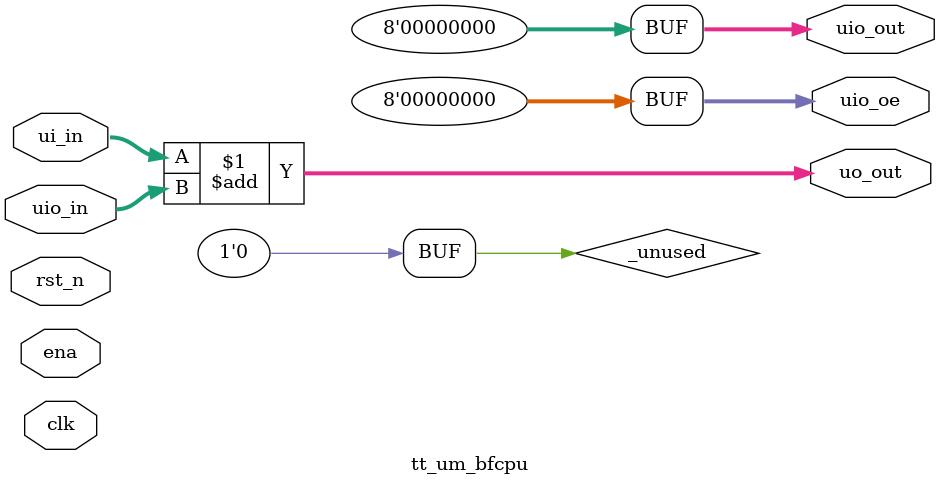
<source format=v>
/*
 * Copyright (c) 2024 Your Name
 * SPDX-License-Identifier: Apache-2.0
 */

`default_nettype none

module tt_um_bfcpu (
    input  wire [7:0] ui_in,    // Dedicated inputs
    output wire [7:0] uo_out,   // Dedicated outputs
    input  wire [7:0] uio_in,   // IOs: Input path
    output wire [7:0] uio_out,  // IOs: Output path
    output wire [7:0] uio_oe,   // IOs: Enable path (active high: 0=input, 1=output)
    input  wire       ena,      // always 1 when the design is powered, so you can ignore it
    input  wire       clk,      // clock
    input  wire       rst_n     // reset_n - low to reset
);

  // All output pins must be assigned. If not used, assign to 0.
  assign uo_out  = ui_in + uio_in;  // Example: ou_out is the sum of ui_in and uio_in
  assign uio_out = 0;
  assign uio_oe  = 0;

  // List all unused inputs to prevent warnings
  wire _unused = &{ena, clk, rst_n, 1'b0};

endmodule

</source>
